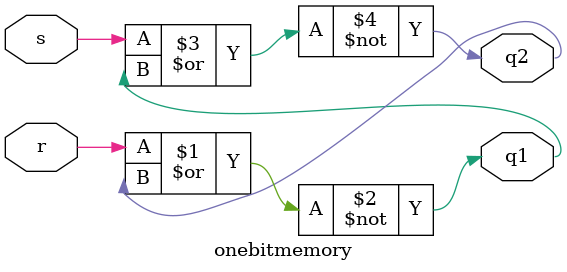
<source format=v>
module onebitmemory(output  q1, output  q2, input r, input s);

nor(q1,r,q2);
nor(q2,s,q1);

endmodule

</source>
